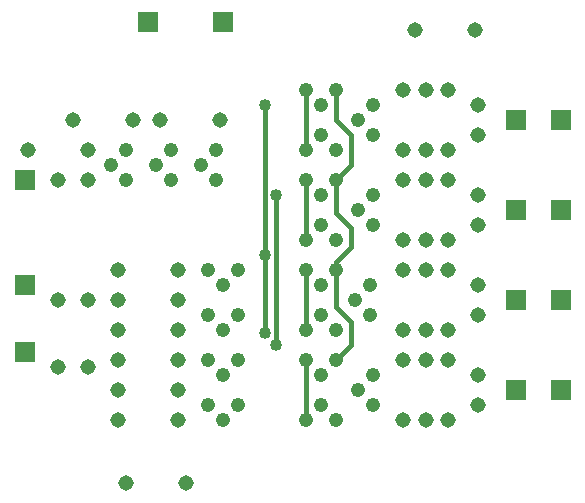
<source format=gtl>
G75*
G70*
%OFA0B0*%
%FSLAX24Y24*%
%IPPOS*%
%LPD*%
%AMOC8*
5,1,8,0,0,1.08239X$1,22.5*
%
%ADD10C,0.0515*%
%ADD11C,0.0476*%
%ADD12R,0.0709X0.0709*%
%ADD13C,0.0400*%
%ADD14C,0.0160*%
D10*
X004600Y002035D03*
X006600Y002035D03*
X006350Y004160D03*
X006350Y005160D03*
X006350Y006160D03*
X006350Y007160D03*
X006350Y008160D03*
X006350Y009160D03*
X004350Y009160D03*
X004350Y008160D03*
X004350Y007160D03*
X003350Y008160D03*
X002350Y008160D03*
X004350Y006160D03*
X004350Y005160D03*
X004350Y004160D03*
X003350Y005910D03*
X002350Y005910D03*
X002350Y012160D03*
X003350Y012160D03*
X003350Y013160D03*
X002850Y014160D03*
X001350Y013160D03*
X004850Y014160D03*
X005725Y014160D03*
X007725Y014160D03*
X013850Y013160D03*
X014600Y013160D03*
X015350Y013160D03*
X016350Y013660D03*
X016350Y014660D03*
X015350Y015160D03*
X014600Y015160D03*
X013850Y015160D03*
X014225Y017160D03*
X016225Y017160D03*
X015350Y012160D03*
X014600Y012160D03*
X013850Y012160D03*
X013850Y010160D03*
X014600Y010160D03*
X015350Y010160D03*
X016350Y010660D03*
X016350Y011660D03*
X015350Y009160D03*
X014600Y009160D03*
X013850Y009160D03*
X013850Y007160D03*
X014600Y007160D03*
X015350Y007160D03*
X016350Y007660D03*
X016350Y008660D03*
X015350Y006160D03*
X014600Y006160D03*
X013850Y006160D03*
X013850Y004160D03*
X014600Y004160D03*
X015350Y004160D03*
X016350Y004660D03*
X016350Y005660D03*
D11*
X012850Y005660D03*
X012350Y005160D03*
X012850Y004660D03*
X011600Y004160D03*
X011100Y004660D03*
X010600Y004160D03*
X011100Y005660D03*
X010600Y006160D03*
X011600Y006160D03*
X011600Y007160D03*
X011100Y007660D03*
X010600Y007160D03*
X011100Y008660D03*
X010600Y009160D03*
X011600Y009160D03*
X011600Y010160D03*
X011100Y010660D03*
X010600Y010160D03*
X011100Y011660D03*
X010600Y012160D03*
X011600Y012160D03*
X011600Y013160D03*
X011100Y013660D03*
X010600Y013160D03*
X011100Y014660D03*
X010600Y015160D03*
X011600Y015160D03*
X012350Y014160D03*
X012850Y013660D03*
X012850Y014660D03*
X012850Y011660D03*
X012350Y011160D03*
X012850Y010660D03*
X012725Y008660D03*
X012225Y008160D03*
X012725Y007660D03*
X008350Y007660D03*
X007850Y007160D03*
X007350Y007660D03*
X007850Y008660D03*
X007350Y009160D03*
X008350Y009160D03*
X007600Y012160D03*
X007100Y012660D03*
X007600Y013160D03*
X006100Y013160D03*
X005600Y012660D03*
X006100Y012160D03*
X004600Y012160D03*
X004100Y012660D03*
X004600Y013160D03*
X007350Y006160D03*
X007850Y005660D03*
X008350Y006160D03*
X008350Y004660D03*
X007850Y004160D03*
X007350Y004660D03*
D12*
X001225Y006410D03*
X001225Y008660D03*
X001225Y012160D03*
X005350Y017410D03*
X007850Y017410D03*
X017600Y014160D03*
X019100Y014160D03*
X019100Y011160D03*
X017600Y011160D03*
X017600Y008160D03*
X019100Y008160D03*
X019100Y005160D03*
X017600Y005160D03*
D13*
X009600Y006660D03*
X009225Y007035D03*
X009225Y009660D03*
X009600Y011660D03*
X009225Y014660D03*
D14*
X009225Y009660D01*
X009225Y007035D01*
X009600Y006660D02*
X009600Y011660D01*
X010600Y012160D02*
X010600Y010160D01*
X010600Y009160D02*
X010600Y007160D01*
X011600Y007910D02*
X011600Y009160D01*
X011600Y009410D01*
X012100Y009910D01*
X012100Y010535D01*
X011600Y011035D01*
X011600Y012160D01*
X012100Y012660D01*
X012100Y013660D01*
X011600Y014160D01*
X011600Y015160D01*
X010600Y015160D02*
X010600Y013160D01*
X011600Y007910D02*
X012100Y007410D01*
X012100Y006660D01*
X011600Y006160D01*
X010600Y006160D02*
X010600Y004160D01*
M02*

</source>
